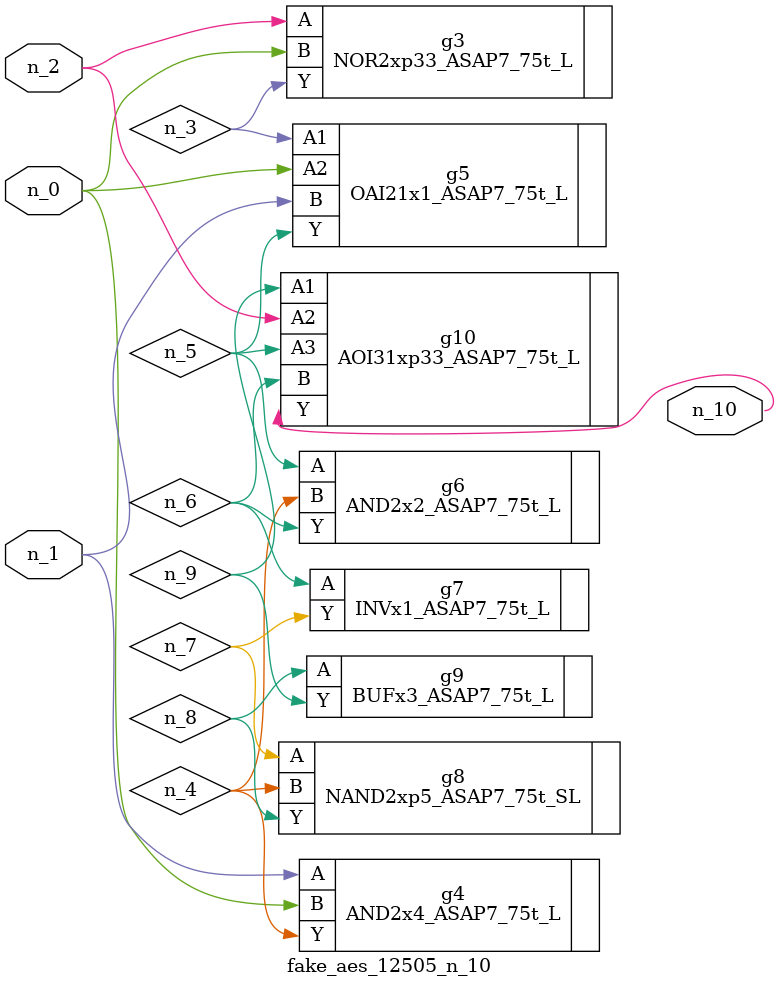
<source format=v>
module fake_aes_12505_n_10 (n_1, n_2, n_0, n_10);
input n_1;
input n_2;
input n_0;
output n_10;
wire n_6;
wire n_4;
wire n_3;
wire n_9;
wire n_5;
wire n_7;
wire n_8;
NOR2xp33_ASAP7_75t_L g3 ( .A(n_2), .B(n_0), .Y(n_3) );
AND2x4_ASAP7_75t_L g4 ( .A(n_1), .B(n_0), .Y(n_4) );
OAI21x1_ASAP7_75t_L g5 ( .A1(n_3), .A2(n_0), .B(n_1), .Y(n_5) );
AND2x2_ASAP7_75t_L g6 ( .A(n_5), .B(n_4), .Y(n_6) );
INVx1_ASAP7_75t_L g7 ( .A(n_6), .Y(n_7) );
NAND2xp5_ASAP7_75t_SL g8 ( .A(n_7), .B(n_4), .Y(n_8) );
BUFx3_ASAP7_75t_L g9 ( .A(n_8), .Y(n_9) );
AOI31xp33_ASAP7_75t_L g10 ( .A1(n_9), .A2(n_2), .A3(n_5), .B(n_6), .Y(n_10) );
endmodule
</source>
